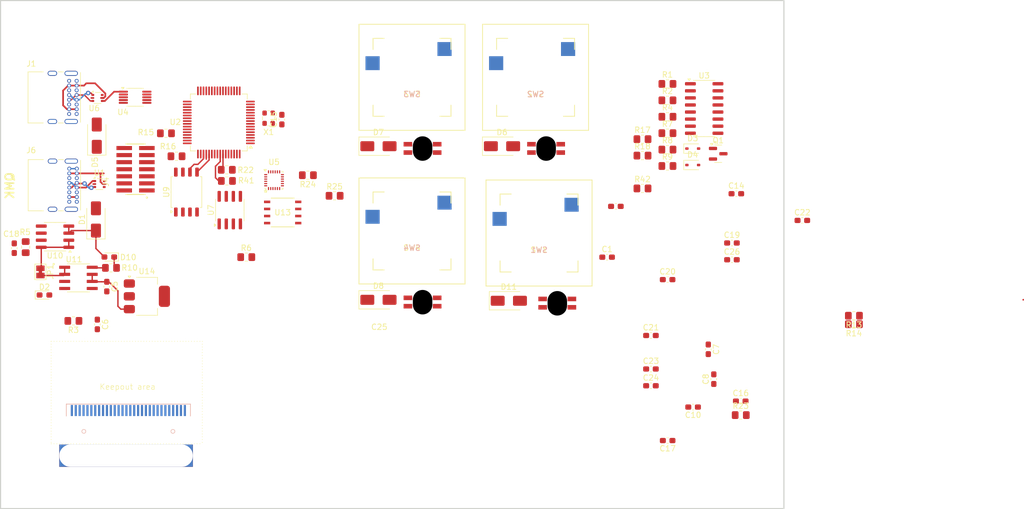
<source format=kicad_pcb>
(kicad_pcb (version 20241229) (generator "pcbnew") (generator_version "9.0")
  (layers (0 "F.Cu" signal) (2 "B.Cu" signal) (13 "F.Paste" user) (15 "B.Paste" user) (5 "F.SilkS" user "F.Silkscreen") (7 "B.SilkS" user "B.Silkscreen") (1 "F.Mask" user) (3 "B.Mask" user) (25 "Edge.Cuts" user))
  (net 0 "")
  (net 1 "Net-(U4-V3)")
  (net 2 "/Key_1U/Led_Output")
  (net 3 "GND")
  (net 4 "/Key_1U/Led_Input")
  (net 5 "/Key_1U/Vdd")
  (net 6 "/UART_Slot/GND")
  (net 8 "/Supply/GND")
  (net 9 "/Multimeter/+5V")
  (net 10 "/USB_Slot/VBus")
  (net 11 "Net-(U14-GND)")
  (net 12 "/UART_Slot/VBus")
  (net 13 "Net-(U5-REGOUT)")
  (net 14 "Net-(U10-VIOUT)")
  (net 15 "/MCU/TX")
  (net 16 "Net-(D2-K)")
  (net 20 "Net-(DS2-C2N)")
  (net 21 "Net-(DS2-C2P)")
  (net 22 "/RTC/GND")
  (net 23 "/RTC/+3.3V")
  (net 24 "/MCU/IR_LED")
  (net 25 "/MCU/USB+")
  (net 26 "/Supply/V_{CURRENT}")
  (net 27 "/MCU/USB-")
  (net 28 "/MCU/VCC_MCU")
  (net 29 "Net-(U2-BOOT0)")
  (net 30 "Net-(U2-PA14)")
  (net 31 "/MCU/NRST")
  (net 32 "Net-(U2-PA11)")
  (net 33 "Net-(U2-PA12)")
  (net 34 "Net-(U2-PA13)")
  (net 35 "Net-(U2-PB9)")
  (net 36 "Net-(U5-FSYNC)")
  (net 37 "Net-(U5-AD0{slash}MISO)")
  (net 38 "Net-(U2-PF0)")
  (net 39 "Net-(DS2-C1N)")
  (net 40 "Net-(DS2-C1P)")
  (net 47 "/MCU/SWD")
  (net 49 "/MCU/SWC")
  (net 50 "/IMU/SCL")
  (net 51 "/IMU/SDA")
  (net 52 "/Key_1U/GND")
  (net 53 "/IMU/+3.3V")
  (net 55 "/MCU/RX")
  (net 77 "/Multimeter/ADC_OUT")
  (net 78 "Net-(D4-A)")
  (net 80 "/EEPROM/+3.3V")
  (net 81 "/EEPROM/GND")
  (net 82 "/Supply/+5V")
  (net 83 "Net-(D10-K)")
  (net 84 "Net-(D11-A)")
  (net 85 "Net-(X1-OUT)")
  (net 95 "/Key_1U/Row_Input")
  (net 104 "Net-(J1-D+-PadA6)")
  (net 107 "Net-(J1-D--PadA7)")
  (net 111 "/Programming/JTDI")
  (net 112 "/Programming/VCP_RX")
  (net 113 "/Programming/VCP_TX")
  (net 114 "/Programming/SWO")
  (net 115 "/Programming/+3.3V")
  (net 116 "Net-(J6-D--PadA7)")
  (net 118 "Net-(J6-D+-PadA6)")
  (net 121 "Net-(Q1-D)")
  (net 122 "Net-(Q1-G)")
  (net 123 "Net-(U3-O2)")
  (net 124 "Net-(U3-O1)")
  (net 125 "Net-(U11-SET)")
  (net 126 "Net-(U3-O4)")
  (net 127 "Net-(U3-O3)")
  (net 128 "Net-(U11-~{FAULT})")
  (net 129 "/Key_1U/Col_Input")
  (net 137 "/UART_Slot/DATA-")
  (net 139 "/UART_Slot/DATA+")
  (net 150 "/EEPROM/CLK")
  (net 151 "/EEPROM/MISO")
  (net 153 "/EEPROM/MOSI")
  (net 155 "/EEPROM/CS")
  (net 174 "Net-(DS2-GND-Pad1)")
  (net 177 "Net-(JP1-B)")
  (net 178 "Net-(JP1-A)")
  (net 179 "Net-(D6-A)")
  (net 180 "Net-(D7-A)")
  (net 181 "/Key_1U2/Row_Input")
  (net 182 "Net-(D8-A)")
  (net 183 "/Key_1U1/Col_Input")
  (net 184 "/Key_1U2/Col_Input")
  (net 185 "/Key_1U3/Col_Input")
  (net 186 "/Key_1U1/Led_Output")
  (net 187 "/Key_1U1/Vdd")
  (net 188 "/Key_1U1/GND")
  (net 189 "/Key_1U2/Vdd")
  (net 190 "/Key_1U2/GND")
  (net 191 "/Key_1U2/Led_Input")
  (net 192 "/Key_1U2/Led_Output")
  (net 193 "/Key_1U3/GND")
  (net 194 "/Key_1U3/Led_Output")
  (net 195 "/Key_1U3/Vdd")
  (footprint "Resistor_SMD:R_0805_2012Metric_Pad1.20x1.40mm_HandSolder" (layer "F.Cu") (at 176.3 112.325)
    (property "Reference" "R9")
    (property "Value" "10k")
  )
  (footprint "Resistor_SMD:R_0805_2012Metric_Pad1.20x1.40mm_HandSolder" (layer "F.Cu") (at 76.325 130.625)
    (property "Reference" "R10")
    (property "Value" "330" (hide yes))
  )
  (footprint "Resistor_SMD:R_0805_2012Metric_Pad1.20x1.40mm_HandSolder" (layer "F.Cu") (at 189.4691 157.0774)
    (property "Reference" "R23")
    (property "Value" "10k")
  )
  (footprint "Capacitor_SMD:C_0603_1608Metric_Pad1.08x0.95mm_HandSolder" (layer "F.Cu") (at 173.3375 151.805)
    (property "Reference" "C24")
    (property "Value" "100nF")
  )
  (footprint "Resistor_SMD:R_0805_2012Metric_Pad1.20x1.40mm_HandSolder" (layer "F.Cu") (at 61 126.9 -90)
    (property "Reference" "R5")
    (property "Value" "330" (hide yes))
  )
  (footprint "Package_SO:SOIC-8_3.9x4.9mm_P1.27mm" (layer "F.Cu") (at 66.275 125.025 180)
    (property "Reference" "U10")
    (property "Value" "ACS712xLCTR-05B" (hide yes))
  )
  (footprint "Diode_SMD:D_SOD-323" (layer "F.Cu") (at 180.845 112.145)
    (property "Reference" "D4")
    (property "Value" "BAS16HT1G")
  )
  (footprint "Resistor_SMD:R_0805_2012Metric_Pad1.20x1.40mm_HandSolder" (layer "F.Cu") (at 86.2 106.45 180)
    (property "Reference" "R15")
    (property "Value" "0")
  )
  (footprint "Package_SO:MSOP-10_3x3mm_P0.5mm" (layer "F.Cu") (at 80.66 99.975)
    (property "Reference" "U4")
    (property "Value" "CH340E" (hide yes))
  )
  (footprint "Capacitor_SMD:C_0603_1608Metric_Pad1.08x0.95mm_HandSolder" (layer "F.Cu") (at 188.68 117.305)
    (property "Reference" "C14")
    (property "Value" "100nF")
  )
  (footprint "Diode_SMD:D_SMA" (layer "F.Cu") (at 147.8035 136.535)
    (property "Reference" "D11")
    (property "Value" "SR360")
  )
  (footprint "Package_QFP:LQFP-64_10x10mm_P0.5mm" (layer "F.Cu") (at 95.7 104.5 180)
    (property "Reference" "U2")
    (property "Value" "STM32F303RETx" (hide yes))
  )
  (footprint "Capacitor_SMD:C_0603_1608Metric_Pad1.08x0.95mm_HandSolder" (layer "F.Cu") (at 58.95 127.0875 90)
    (property "Reference" "C18")
    (property "Value" "4.7uF" (hide yes))
  )
  (footprint "CREPP_LEDs:SK6812MINI-E" (layer "F.Cu") (at 132.3005 136.76)
    (property "Reference" "U16")
    (property "Value" "SK6812MINI-E")
  )
  (footprint "Sensor_Motion:InvenSense_QFN-24_3x3mm_P0.4mm" (layer "F.Cu") (at 105.625 114.875)
    (property "Reference" "U5")
    (property "Value" "MPU-9250" (hide yes))
  )
  (footprint "Diode_SMD:D_SOD-323" (layer "F.Cu") (at 180.845 109.195)
    (property "Reference" "D3")
    (property "Value" "Z3.3V")
  )
  (footprint "Jumper:SolderJumper-2_P1.3mm_Bridged_Pad1.0x1.5mm" (layer "F.Cu") (at 63.65 131.35 -90)
    (property "Reference" "JP1")
    (property "Value" "SolderJumper_2_Bridged")
  )
  (footprint "CREPP_Connectors_1_27mm:SAMTEC_FTSH-107-01-L-DV-K-P-TR" (layer "F.Cu") (at 80.74 112.905 90)
    (property "Reference" "J4")
    (property "Value" "FTSH-107-01-L-DV-K-P-TR" (hide yes))
  )
  (footprint "CREPP_Connectors_USB:USB_C_Receptacle_GCT_USB4085" (layer "F.Cu") (at 70.185 112.8 -90)
    (property "Reference" "J6")
    (property "Value" "USB_C_Receptacle" (hide yes))
  )
  (footprint "Resistor_SMD:R_0805_2012Metric_Pad1.20x1.40mm_HandSolder" (layer "F.Cu") (at 116.5 117.675)
    (property "Reference" "R25")
    (property "Value" "10k")
  )
  (footprint "HotSwapp_1U:Hotswap_1U" (layer "F.Cu") (at 130.41 96.39)
    (property "Reference" "SW3")
    (property "Value" "SW_HotSwap")
  )
  (footprint "Resistor_SMD:R_0805_2012Metric_Pad1.20x1.40mm_HandSolder" (layer "F.Cu") (at 100.6325 128.695)
    (property "Reference" "R6")
    (property "Value" "10k")
  )
  (footprint "Package_SO:SOIC-16_3.9x9.9mm_P1.27mm" (layer "F.Cu") (at 182.9 101.995)
    (property "Reference" "U3")
    (property "Value" "MC1413BD")
  )
  (footprint "Capacitor_SMD:C_0603_1608Metric_Pad1.08x0.95mm_HandSolder" (layer "F.Cu") (at 200.5375 122.1)
    (property "Reference" "C22")
    (property "Value" "100nF")
  )
  (footprint "Resistor_SMD:R_0805_2012Metric_Pad1.20x1.40mm_HandSolder" (layer "F.Cu") (at 176.3 97.575)
    (property "Reference" "R1")
    (property "Value" "1k")
  )
  (footprint "Capacitor_SMD:C_0603_1608Metric_Pad1.08x0.95mm_HandSolder" (layer "F.Cu") (at 187.89 126.155)
    (property "Reference" "C19")
    (property "Value" "1µF")
  )
  (footprint "Diode_SMD:D_SMA" (layer "F.Cu") (at 73.625 121.925 90)
    (property "Reference" "D1")
    (property "Value" "SS24" (hide yes))
  )
  (footprint "Capacitor_SMD:C_0603_1608Metric_Pad1.08x0.95mm_HandSolder" (layer "F.Cu") (at 176.3375 161.65 180)
    (property "Reference" "C17")
    (property "Value" "100nF")
  )
  (footprint "Package_TO_SOT_SMD:SOT-666" (layer "F.Cu") (at 74.26 115.5625)
    (property "Reference" "U1")
    (property "Value" "USBLC6-2P6" (hide yes))
  )
  (footprint "Resistor_SMD:R_0805_2012Metric_Pad1.20x1.40mm_HandSolder" (layer "F.Cu") (at 97.1296 113.0063 180)
    (property "Reference" "R22")
    (property "Value" "4.7k" (hide yes))
  )
  (footprint "CREPP_Temperature_sensors:IC8_HIH6130-021-001_HNW" (layer "F.Cu") (at 107.175 120.675)
    (property "Reference" "U13")
    (property "Value" "HIH6130-021-001")
  )
  (footprint "Capacitor_SMD:C_0603_1608Metric_Pad1.08x0.95mm_HandSolder" (layer "F.Cu") (at 73.875 140.7875 -90)
    (property "Reference" "C6")
    (property "Value" "4.7uF" (hide yes))
  )
  (footprint "CREPP_LEDs:SK6812MINI-E" (layer "F.Cu") (at 132.3005 109.16)
    (property "Reference" "U15")
    (property "Value" "SK6812MINI-E")
  )
  (footprint "Diode_SMD:D_SMA" (layer "F.Cu") (at 124.38 108.765)
    (property "Reference" "D7")
    (property "Value" "SR360")
  )
  (footprint "CREPP_LEDs:SK6812MINI-E" (layer "F.Cu") (at 156.5065 136.96)
    (property "Reference" "U8")
    (property "Value" "SK6812MINI-E")
  )
  (footprint "Resistor_SMD:R_0805_2012Metric_Pad1.20x1.40mm_HandSolder" (layer "F.Cu") (at 97.1546 115.0063 180)
    (property "Reference" "R41")
    (property "Value" "4.7k" (hide yes))
  )
  (footprint "CREPP_Screens:SSD1306_OLED_0.96_PCB" (layer "F.Cu") (at 79.08 139.79)
    (property "Reference" "DS2" (hide yes))
    (property "Value" "OLED-PCB_MOUNT_128_64_30P_Pins")
  )
  (footprint "CREPP_PMOS_CMS:ST890" (layer "F.Cu") (at 70.48 132.425)
    (property "Reference" "U11")
    (property "Value" "ST890" (hide yes))
  )
  (footprint "Package_TO_SOT_SMD:SOT-666" (layer "F.Cu") (at 73.91 100.1)
    (property "Reference" "U6")
    (property "Value" "USBLC6-2P6" (hide yes))
  )
  (footprint "Resistor_SMD:R_0805_2012Metric_Pad1.20x1.40mm_HandSolder" (layer "F.Cu") (at 209.8 139.226 180)
    (property "Reference" "R13")
    (property "Value" "0")
  )
  (footprint "CREPP_LEDs:SK6812MINI-E" (layer "F.Cu") (at 154.5005 109.16)
    (property "Reference" "U12")
    (property "Value" "SK6812MINI-E")
  )
  (footprint "Resistor_SMD:R_0805_2012Metric_Pad1.20x1.40mm_HandSolder" (layer "F.Cu") (at 209.8 140.75 180)
    (property "Reference" "R14")
    (property "Value" "0")
  )
  (footprint "Diode_SMD:D_SMA" (layer "F.Cu") (at 73.775 106.875 90)
    (property "Reference" "D5")
    (property "Value" "SS24" (hide yes))
  )
  (footprint "Capacitor_SMD:C_0603_1608Metric_Pad1.08x0.95mm_HandSolder" (layer "F.Cu") (at 176.33 132.735)
    (property "Reference" "C20")
    (property "Value" "100nF")
  )
  (footprint "Package_TO_SOT_SMD:SOT-223-3_TabPin2" (layer "F.Cu") (at 82.775 135.7375)
    (property "Reference" "U14")
    (property "Value" "AMS1117-3.3" (hide yes))
  )
  (footprint "HotSwapp_1U:Hotswap_1U" (layer "F.Cu") (at 153.2365 124.365)
    (property "Reference" "SW1")
    (property "Value" "SW_HotSwap")
  )
  (footprint "Capacitor_SMD:C_0603_1608Metric_Pad1.08x0.95mm_HandSolder" (layer "F.Cu") (at 75.575 133.9875 -90)
    (property "Reference" "C5")
    (property "Value" "4.7uF" (hide yes))
  )
  (footprint "Resistor_SMD:R_0805_2012Metric_Pad1.20x1.40mm_HandSolder" (layer "F.Cu") (at 171.8175 110.455)
    (property "Reference" "R18")
    (property "Value" "0")
  )
  (footprint "LED_SMD:LED_0603_1608Metric_Pad1.05x0.95mm_HandSolder" (layer "F.Cu") (at 76.025 128.675 180)
    (property "Reference" "D10")
    (property "Value" "LED" (hide yes))
  )
  (footprint "Capacitor_SMD:C_0603_1608Metric_Pad1.08x0.95mm_HandSolder" (layer "F.Cu") (at 187.89 129.165)
    (property "Reference" "C26")
    (property "Value" "1µF")
  )
  (footprint "Capacitor_SMD:C_0603_1608Metric_Pad1.08x0.95mm_HandSolder" (layer "F.Cu") (at 107.025 103.9875 90)
    (property "Reference" "C15")
    (property "Value" "100nF")
  )
  (footprint "Capacitor_SMD:C_0603_1608Metric_Pad1.08x0.95mm_HandSolder" (layer "F.Cu") (at 184.6301 150.618 90)
    (property "Reference" "C8")
    (property "Value" "100nF")
  )
  (footprint "Resistor_SMD:R_0805_2012Metric_Pad1.20x1.40mm_HandSolder" (layer "F.Cu") (at 111.7 113.975 180)
    (property "Reference" "R24")
    (property "Value" "10k")
  )
  (footprint "HotSwapp_1U:Hotswap_1U" (layer "F.Cu") (at 152.61 96.39)
    (property "Reference" "SW2")
    (property "Value" "SW_HotSwap")
  )
  (footprint "Resistor_SMD:R_0805_2012Metric_Pad1.20x1.40mm_HandSolder" (layer "F.Cu") (at 176.3 100.525)
    (property "Reference" "R2")
    (property "Value" "100")
  )
  (footprint "Resistor_SMD:R_0805_2012Metric_Pad1.20x1.40mm_HandSolder" (layer "F.Cu") (at 176.3 109.375)
    (property "Reference" "R8")
    (property "Value" "100k")
  )
  (footprint "Resistor_SMD:R_0805_2012Metric_Pad1.20x1.40mm_HandSolder" (layer "F.Cu") (at 171.8175 107.505)
    (property "Reference" "R17")
    (property "Value" "0")
  )
  (footprint "Package_TO_SOT_SMD:SOT-23" (layer "F.Cu") (at 185.42 110.12)
    (property "Reference" "Q1")
    (property "Value" "NMOS")
  )
  (footprint "Diode_SMD:D_SMA" (layer "F.Cu") (at 124.38 136.365)
    (property "Reference" "D8")
    (property "Value" "SR360")
  )
  (footprint "Package_SO:SOIC-8_3.9x4.9mm_P1.27mm" (layer "F.Cu") (at 97.675 120.25 90)
    (property "Reference" "U7")
    (property "Value" "DS3231Z")
  )
  (footprint "Capacitor_SMD:C_0603_1608Metric_Pad1.08x0.95mm_HandSolder" (layer "F.Cu") (at 189.4691 154.5674)
    (property "Reference" "C16")
    (property "Value" "100nF")
  )
  (footprint "Capacitor_SMD:C_0603_1608Metric_Pad1.08x0.95mm_HandSolder" (layer "F.Cu") (at 180.9087 155.6342 180)
    (property "Reference" "C10")
    (property "Value" "100nF")
  )
  (footprint "Resistor_SMD:R_0805_2012Metric_Pad1.20x1.40mm_HandSolder" (layer "F.Cu") (at 176.3 103.475)
    (property "Reference" "R4")
    (property "Value" "18")
  )
  (footprint "Capacitor_SMD:C_0603_1608Metric_Pad1.08x0.95mm_HandSolder" (layer "F.Cu") (at 173.3375 142.775)
    (property "Reference" "C21")
    (property "Value" "100nF")
  )
  (footprint "Capacitor_SMD:C_0603_1608Metric_Pad1.08x0.95mm_HandSolder" (layer "F.Cu") (at 165.46 128.705)
    (property "Reference" "C1")
    (property "Value" "100nF")
  )
  (footprint "Resistor_SMD:R_0805_2012Metric_Pad1.20x1.40mm_HandSolder" (layer "F.Cu") (at 88.1 110.575 180)
    (property "Reference" "R16")
    (property "Value" "0" (hide yes))
  )
  (footprint "Package_SO:SOIC-8_5.3x5.3mm_P1.27mm" (layer "F.Cu") (at 89.8796 117.0063 90)
    (property "Reference" "U9")
    (property "Value" "W25Q128JVS")
  )
  (footprint "LED_SMD:LED_0603_1608Metric_Pad1.05x0.95mm_HandSolder" (layer "F.Cu") (at 64.375 135.5)
    (property "Reference" "D2")
    (property "Value" "LED")
  )
  (footprint "Oscillator:Oscillator_SMD_ECS_2520MV-xxx-xx-4Pin_2.5x2.0mm" (layer "F.Cu") (at 104.6512 103.7359 180)
    (property "Reference" "X1")
    (property "Value" "ECS-2520MV-250-DN-TR" (hide yes))
  )
  (footprint "HotSwapp_1U:Hotswap_1U" (layer "F.Cu") (at 130.41 123.99)
    (property "Reference" "SW4")
    (property "Value" "SW_HotSwap")
  )
  (footprint "Capacitor_SMD:C_0603_1608Metric_Pad1.08x0.95mm_HandSolder" (layer "F.Cu") (at 173.3375 148.795)
    (property "Reference" "C23")
    (property "Value" "100nF")
  )
  (footprint "CREPP_Connectors_USB:USB_C_Receptacle_GCT_USB4085" (layer "F.Cu") (at 70.16 97.025 -90)
    (property "Reference" "J1")
    (property "Value" "USB_C_Receptacle")
  )
  (footprint "Capacitor_SMD:C_0603_1608Metric_Pad1.08x0.95mm_HandSolder" (layer "F.Cu") (at 183.6389 145.258 -90)
    (property "Reference" "C7")
    (property "Value" "100nF")
  )
  (footprint "Resistor_SMD:R_0805_2012Metric_Pad1.20x1.40mm_HandSolder" (layer "F.Cu") (at 171.8175 116.355)
    (property "Reference" "R42")
    (property "Value" "4.7k")
  )
  (footprint "Capacitor_SMD:C_0603_1608Metric_Pad1.08x0.95mm_HandSolder" (layer "F.Cu") (at 167.0375 119.575)
    (property "Reference" "C25")
    (property "Value" "100nF")
  )
  (footprint "Resistor_SMD:R_0805_2012Metric_Pad1.20x1.40mm_HandSolder" (layer "F.Cu") (at 69.575 140.15 180)
    (property "Reference" "R3")
    (property "Value" "330")
  )
  (footprint "Diode_SMD:D_SMA" (layer "F.Cu") (at 146.58 108.765)
    (property "Reference" "D6")
    (property "Value" "SR360")
  )
  (footprint "Resistor_SMD:R_0805_2012Metric_Pad1.20x1.40mm_HandSolder" (layer "F.Cu") (at 176.3 106.425)
    (property "Reference" "R7")
    (property "Value" "100k")
  )
  (gr_rect (start 56.488 82.6) (end 197.225 173.875) (stroke (width 0.2)) (fill no) (layer "Edge.Cuts"))
  (gr_text "QMK" (at 59.025 113.275 90) (layer "F.SilkS") (effects (font (size 1.5 1.5) (thickness 0.3) (bold yes)) (justify left bottom mirror)))
  (segment (start 68.835 112.8) (end 70.185 112.8) (width 0.25) (layer "B.Cu") (net 3))
  (segment (start 75.95 133.125) (end 77.575 134.75) (width 0.25) (layer "F.Cu") (net 9))
  (segment (start 78.0875 138.0375) (end 79.625 138.0375) (width 0.25) (layer "F.Cu") (net 9))
  (segment (start 77.575 134.75) (end 77.575 137.525) (width 0.25) (layer "F.Cu") (net 9))
  (segment (start 74.625 133.125) (end 73.02 133.125) (width 0.25) (layer "F.Cu") (net 9))
  (segment (start 75.575 133.125) (end 75.95 133.125) (width 0.25) (layer "F.Cu") (net 9))
  (segment (start 75.575 133.125) (end 74.625 133.125) (width 0.25) (layer "F.Cu") (net 9))
  (segment (start 77.575 137.525) (end 78.0875 138.0375) (width 0.25) (layer "F.Cu") (net 9))
  (segment (start 73.02 133.125) (end 72.955 133.06) (width 0.25) (layer "F.Cu") (net 9))
  (segment (start 72.955 133.06) (end 72.955 131.79) (width 0.25) (layer "F.Cu") (net 9))
  (segment (start 68.835 113.65) (end 70.185 113.65) (width 0.3) (layer "F.Cu") (net 10))
  (segment (start 70.185 113.65) (end 74.45 113.65) (width 0.3) (layer "F.Cu") (net 10))
  (segment (start 68.835 117.9) (end 70.185 117.9) (width 0.3) (layer "F.Cu") (net 10))
  (segment (start 75.185 115.5625) (end 74.836642 115.5625) (width 0.3) (layer "F.Cu") (net 10))
  (segment (start 74.45 115.175858) (end 74.45 113.65) (width 0.3) (layer "F.Cu") (net 10))
  (segment (start 74.836642 115.5625) (end 74.45 115.175858) (width 0.3) (layer "F.Cu") (net 10))
  (segment (start 74.45 113.65) (end 75.035 113.65) (width 0.3) (layer "F.Cu") (net 10))
  (segment (start 68.81 97.875) (end 68.625 97.875) (width 0.3) (layer "F.Cu") (net 12))
  (segment (start 67.725 101.425) (end 68.425 102.125) (width 0.3) (layer "F.Cu") (net 12))
  (segment (start 71.485 97.875) (end 70.16 97.875) (width 0.3) (layer "F.Cu") (net 12))
  (segment (start 68.625 97.875) (end 67.725 98.775) (width 0.3) (layer "F.Cu") (net 12))
  (segment (start 74.835 100.1) (end 74.522352 100.1) (width 0.3) (layer "F.Cu") (net 12))
  (segment (start 73.475858 97.4675) (end 75.311 99.302642) (width 0.3) (layer "F.Cu") (net 12))
  (segment (start 67.725 98.775) (end 67.725 101.425) (width 0.3) (layer "F.Cu") (net 12))
  (segment (start 68.425 102.125) (end 68.81 102.125) (width 0.3) (layer "F.Cu") (net 12))
  (segment (start 75.311 99.822358) (end 75.033358 100.1) (width 0.3) (layer "F.Cu") (net 12))
  (segment (start 71.8925 97.4675) (end 73.475858 97.4675) (width 0.3) (layer "F.Cu") (net 12))
  (segment (start 75.033358 100.1) (end 74.835 100.1) (width 0.3) (layer "F.Cu") (net 12))
  (segment (start 75.311 99.302642) (end 75.311 99.822358) (width 0.3) (layer "F.Cu") (net 12))
  (segment (start 68.81 97.875) (end 70.16 97.875) (width 0.3) (layer "F.Cu") (net 12))
  (segment (start 71.8925 97.4675) (end 71.485 97.875) (width 0.3) (layer "F.Cu") (net 12))
  (segment (start 70.16 102.125) (end 68.81 102.125) (width 0.3) (layer "F.Cu") (net 12))
  (segment (start 96.45 112.6859) (end 96.1296 113.0063) (width 0.25) (layer "F.Cu") (net 50))
  (segment (start 96.45 110.175) (end 96.45 112.6859) (width 0.25) (layer "F.Cu") (net 50))
  (segment (start 95.1046 114.4313) (end 95.6796 115.0063) (width 0.25) (layer "F.Cu") (net 51))
  (segment (start 95.1046 112.372904) (end 95.1046 114.4313) (width 0.25) (layer "F.Cu") (net 51))
  (segment (start 95.95 111.527504) (end 95.1046 112.372904) (width 0.25) (layer "F.Cu") (net 51))
  (segment (start 95.6796 115.0063) (end 96.1546 115.0063) (width 0.25) (layer "F.Cu") (net 51))
  (segment (start 95.95 110.175) (end 95.95 111.527504) (width 0.25) (layer "F.Cu") (net 51))
  (segment (start 240.2332 136.3472) (end 240.2254 136.355) (width 0.3) (layer "F.Cu") (net 53))
  (segment (start 73.625 127.15) (end 75.15 128.675) (width 0.25) (layer "F.Cu") (net 82))
  (segment (start 68.75 124.39) (end 68.75 123.12) (width 0.25) (layer "F.Cu") (net 82))
  (segment (start 69.215 123.925) (end 68.75 124.39) (width 0.25) (layer "F.Cu") (net 82))
  (segment (start 73.625 123.925) (end 69.215 123.925) (width 0.25) (layer "F.Cu") (net 82))
  (segment (start 73.625 123.925) (end 73.625 127.15) (width 0.25) (layer "F.Cu") (net 82))
  (segment (start 76.9 130.2) (end 77.325 130.625) (width 0.25) (layer "F.Cu") (net 83))
  (segment (start 76.9 128.675) (end 76.9 130.2) (width 0.25) (layer "F.Cu") (net 83))
  (segment (start 70.16 99.575) (end 71.565822 99.575) (width 0.25) (layer "F.Cu") (net 104))
  (segment (start 70.053991 99.575) (end 70.16 99.575) (width 0.25) (layer "F.Cu") (net 104))
  (segment (start 71.565822 99.575) (end 72.628322 100.6375) (width 0.25) (layer "F.Cu") (net 104))
  (segment (start 72.628322 100.6375) (end 73.06 100.6375) (width 0.25) (layer "F.Cu") (net 104))
  (segment (start 68.81 100.425) (end 69.203991 100.425) (width 0.25) (layer "F.Cu") (net 104))
  (segment (start 69.203991 100.425) (end 70.053991 99.575) (width 0.25) (layer "F.Cu") (net 104))
  (segment (start 72.707903 99.210403) (end 73.06 99.5625) (width 0.25) (layer "F.Cu") (net 107))
  (segment (start 72.226531 99.210403) (end 72.707903 99.210403) (width 0.25) (layer "F.Cu") (net 107))
  (via (at 72.226531 99.210403) (size 0.8) (drill 0.4) (layers "F.Cu" "B.Cu") (net 107))
  (segment (start 68.81 99.575) (end 68.951364 99.575) (width 0.3) (layer "B.Cu") (net 107))
  (segment (start 68.951364 99.575) (end 69.801364 100.425) (width 0.3) (layer "B.Cu") (net 107))
  (segment (start 72.089783 99.347151) (end 71.732823 99.347151) (width 0.25) (layer "B.Cu") (net 107))
  (segment (start 71.732823 99.347151) (end 70.654974 100.425) (width 0.25) (layer "B.Cu") (net 107))
  (segment (start 70.654974 100.425) (end 70.16 100.425) (width 0.25) (layer "B.Cu") (net 107))
  (segment (start 69.801364 100.425) (end 70.16 100.425) (width 0.3) (layer "B.Cu") (net 107))
  (segment (start 72.226531 99.210403) (end 72.089783 99.347151) (width 0.25) (layer "B.Cu") (net 107))
  (segment (start 73.013676 115.025) (end 73.41 115.025) (width 0.3) (layer "F.Cu") (net 116))
  (segment (start 71.838676 116.2) (end 73.013676 115.025) (width 0.3) (layer "F.Cu") (net 116))
  (segment (start 70.185 116.2) (end 71.838676 116.2) (width 0.3) (layer "F.Cu") (net 116))
  (segment (start 68.835 115.35) (end 69.264346 115.35) (width 0.3) (layer "B.Cu") (net 116))
  (segment (start 70.114346 116.2) (end 70.185 116.2) (width 0.3) (layer "B.Cu") (net 116))
  (segment (start 69.264346 115.35) (end 70.114346 116.2) (width 0.3) (layer "B.Cu") (net 116))
  (segment (start 70.309363 115.474363) (end 70.185 115.35) (width 0.3) (layer "F.Cu") (net 118))
  (segment (start 72.928626 116.1) (end 72.795831 116.232795) (width 0.3) (layer "F.Cu") (net 118))
  (segment (start 71.574363 115.474363) (end 70.309363 115.474363) (width 0.3) (layer "F.Cu") (net 118))
  (segment (start 69.264346 116.2) (end 70.114346 115.35) (width 0.3) (layer "F.Cu") (net 118))
  (segment (start 68.835 116.2) (end 69.264346 116.2) (width 0.3) (layer "F.Cu") (net 118))
  (segment (start 70.114346 115.35) (end 70.185 115.35) (width 0.3) (layer "F.Cu") (net 118))
  (segment (start 73.41 116.1) (end 72.928626 116.1) (width 0.3) (layer "F.Cu") (net 118))
  (via (at 72.795831 116.232795) (size 0.8) (drill 0.4) (layers "F.Cu" "B.Cu") (net 118))
  (via (at 71.574363 115.474363) (size 0.8) (drill 0.4) (layers "F.Cu" "B.Cu") (net 118))
  (segment (start 72.795831 116.232795) (end 72.332795 116.232795) (width 0.3) (layer "B.Cu") (net 118))
  (segment (start 72.332795 116.232795) (end 71.574363 115.474363) (width 0.3) (layer "B.Cu") (net 118))
  (segment (start 75.325 130.625) (end 73.06 130.625) (width 0.25) (layer "F.Cu") (net 128))
  (segment (start 73.06 130.625) (end 72.955 130.52) (width 0.25) (layer "F.Cu") (net 128))
  (segment (start 78.5475 98.975) (end 76.889534 98.975) (width 0.3) (layer "F.Cu") (net 139))
  (segment (start 76.889534 98.975) (end 75.227034 100.6375) (width 0.3) (layer "F.Cu") (net 139))
  (segment (start 75.227034 100.6375) (end 74.76 100.6375) (width 0.3) (layer "F.Cu") (net 139))
  (segment (start 91.2546 112.0313) (end 90.5146 112.7713) (width 0.25) (layer "F.Cu") (net 150))
  (segment (start 90.5146 112.7713) (end 90.5146 113.4188) (width 0.25) (layer "F.Cu") (net 150))
  (segment (start 92.95 110.175) (end 92.95 111.019178) (width 0.25) (layer "F.Cu") (net 150))
  (segment (start 91.937878 112.0313) (end 91.2546 112.0313) (width 0.25) (layer "F.Cu") (net 150))
  (segment (start 92.95 111.019178) (end 91.937878 112.0313) (width 0.25) (layer "F.Cu") (net 150))
  (segment (start 93.45 110.175) (end 93.45 111.0859) (width 0.25) (layer "F.Cu") (net 151))
  (segment (start 93.95 110.175) (end 93.95 111.2534) (width 0.25) (layer "F.Cu") (net 153))
  (segment (start 93.95 111.2534) (end 91.7846 113.4188) (width 0.25) (layer "F.Cu") (net 153))
  (segment (start 63.65 132) (end 67.795 132) (width 0.25) (layer "F.Cu") (net 177))
  (segment (start 67.795 132) (end 68.005 131.79) (width 0.25) (layer "F.Cu") (net 177))
  (segment (start 68.005 130.52) (end 68.005 131.79) (width 0.25) (layer "F.Cu") (net 177))
  (segment (start 63.8 130.55) (end 63.65 130.7) (width 0.25) (layer "F.Cu") (net 178))
  (segment (start 63.8 126.93) (end 63.8 130.55) (width 0.25) (layer "F.Cu") (net 178))
  (segment (start 68.75 126.93) (end 63.8 126.93) (width 0.25) (layer "F.Cu") (net 178))
  (segment (start 68.75 126.93) (end 68.75 125.66) (width 0.25) (layer "F.Cu") (net 178))
)
</source>
